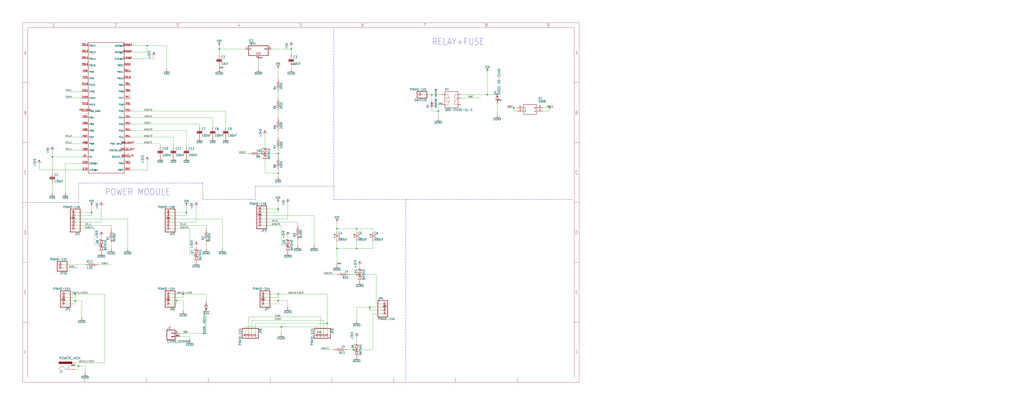
<source format=kicad_sch>
(kicad_sch (version 20211123) (generator eeschema)
  (paper "User" 795.02 317.906)
  (junction (at 261.62 193.04))
  (junction (at 398.78 83.82))
  (junction (at 274.32 271.78))
  (junction (at 335.28 73.66))
  (junction (at 426.72 83.82))
  (junction (at 254 251.46))
  (junction (at 215.9 233.68))
  (junction (at 58.42 228.6))
  (junction (at 287.02 238.76))
  (junction (at 170.18 38.1))
  (junction (at 137.16 233.68))
  (junction (at 276.86 193.04))
  (junction (at 218.44 254))
  (junction (at 203.2 119.38))
  (junction (at 276.86 213.36))
  (junction (at 215.9 228.6))
  (junction (at 71.12 165.1))
  (junction (at 215.9 119.38))
  (junction (at 378.46 73.66))
  (junction (at 261.62 177.8))
  (junction (at 142.24 228.6))
  (junction (at 276.86 177.8))
  (junction (at 114.3 35.56))
  (junction (at 144.78 165.1))
  (junction (at 60.96 284.48))
  (junction (at 215.9 134.62))
  (junction (at 40.64 121.92))
  (junction (at 226.06 38.1))
  (junction (at 340.36 86.36))
  (junction (at 215.9 162.56))
  (junction (at 58.42 233.68))
  (wire (pts (xy 276.86 261.62) (xy 276.86 266.7)))
  (wire (pts (xy 223.52 233.68) (xy 223.52 238.76)))
  (wire (pts (xy 223.52 170.18) (xy 223.52 157.48)))
  (wire (pts (xy 170.18 43.18) (xy 170.18 38.1)))
  (wire (pts (xy 335.28 78.74) (xy 335.28 73.66)))
  (wire (pts (xy 289.56 177.8) (xy 276.86 177.8)))
  (wire (pts (xy 30.48 132.08) (xy 30.48 127)))
  (wire (pts (xy 60.96 287.02) (xy 60.96 284.48)))
  (wire (pts (xy 132.08 231.14) (xy 142.24 231.14)))
  (wire (pts (xy 335.28 73.66) (xy 342.9 73.66)))
  (polyline (pts (xy 60.96 142.24) (xy 60.96 157.48)))
  (wire (pts (xy 203.2 165.1) (xy 215.9 165.1)))
  (wire (pts (xy 101.6 91.44) (xy 165.1 91.44)))
  (wire (pts (xy 101.6 101.6) (xy 144.78 101.6)))
  (wire (pts (xy 218.44 190.5) (xy 220.98 190.5)))
  (wire (pts (xy 223.52 182.88) (xy 223.52 185.42)))
  (wire (pts (xy 231.14 172.72) (xy 231.14 175.26)))
  (wire (pts (xy 101.6 45.72) (xy 119.38 45.72)))
  (wire (pts (xy 195.58 259.08) (xy 195.58 248.92)))
  (wire (pts (xy 154.94 96.52) (xy 154.94 99.06)))
  (wire (pts (xy 137.16 233.68) (xy 142.24 233.68)))
  (wire (pts (xy 58.42 165.1) (xy 71.12 165.1)))
  (wire (pts (xy 340.36 81.28) (xy 340.36 86.36)))
  (wire (pts (xy 78.74 182.88) (xy 78.74 185.42)))
  (wire (pts (xy 86.36 175.26) (xy 86.36 177.8)))
  (wire (pts (xy 58.42 231.14) (xy 58.42 228.6)))
  (wire (pts (xy 215.9 137.16) (xy 215.9 134.62)))
  (wire (pts (xy 50.8 231.14) (xy 58.42 231.14)))
  (wire (pts (xy 276.86 213.36) (xy 292.1 213.36)))
  (wire (pts (xy 215.9 233.68) (xy 223.52 233.68)))
  (wire (pts (xy 421.64 83.82) (xy 426.72 83.82)))
  (wire (pts (xy 114.3 35.56) (xy 129.54 35.56)))
  (polyline (pts (xy 314.96 154.94) (xy 314.96 297.18)))
  (wire (pts (xy 48.26 208.28) (xy 60.96 208.28)))
  (wire (pts (xy 274.32 271.78) (xy 269.24 271.78)))
  (wire (pts (xy 144.78 165.1) (xy 144.78 160.02)))
  (wire (pts (xy 63.5 111.76) (xy 50.8 111.76)))
  (wire (pts (xy 276.86 193.04) (xy 289.56 193.04)))
  (wire (pts (xy 261.62 205.74) (xy 261.62 193.04)))
  (wire (pts (xy 401.32 86.36) (xy 398.78 86.36)))
  (wire (pts (xy 205.74 134.62) (xy 215.9 134.62)))
  (wire (pts (xy 58.42 287.02) (xy 60.96 287.02)))
  (wire (pts (xy 119.38 45.72) (xy 119.38 43.18)))
  (wire (pts (xy 335.28 83.82) (xy 335.28 86.36)))
  (wire (pts (xy 50.8 233.68) (xy 58.42 233.68)))
  (wire (pts (xy 134.62 106.68) (xy 134.62 114.3)))
  (wire (pts (xy 58.42 172.72) (xy 78.74 172.72)))
  (wire (pts (xy 342.9 81.28) (xy 340.36 81.28)))
  (wire (pts (xy 63.5 233.68) (xy 63.5 246.38)))
  (wire (pts (xy 226.06 50.8) (xy 226.06 53.34)))
  (wire (pts (xy 142.24 233.68) (xy 142.24 241.3)))
  (wire (pts (xy 144.78 167.64) (xy 144.78 165.1)))
  (wire (pts (xy 297.18 236.22) (xy 292.1 236.22)))
  (wire (pts (xy 215.9 162.56) (xy 215.9 157.48)))
  (wire (pts (xy 287.02 238.76) (xy 276.86 238.76)))
  (wire (pts (xy 198.12 251.46) (xy 254 251.46)))
  (wire (pts (xy 215.9 228.6) (xy 205.74 228.6)))
  (wire (pts (xy 386.08 73.66) (xy 378.46 73.66)))
  (wire (pts (xy 289.56 180.34) (xy 289.56 177.8)))
  (wire (pts (xy 170.18 38.1) (xy 170.18 35.56)))
  (wire (pts (xy 426.72 86.36) (xy 426.72 83.82)))
  (wire (pts (xy 132.08 233.68) (xy 137.16 233.68)))
  (wire (pts (xy 276.86 180.34) (xy 276.86 177.8)))
  (wire (pts (xy 101.6 111.76) (xy 124.46 111.76)))
  (wire (pts (xy 276.86 213.36) (xy 271.78 213.36)))
  (wire (pts (xy 101.6 132.08) (xy 114.3 132.08)))
  (wire (pts (xy 132.08 228.6) (xy 142.24 228.6)))
  (wire (pts (xy 276.86 177.8) (xy 261.62 177.8)))
  (wire (pts (xy 248.92 246.38) (xy 248.92 259.08)))
  (wire (pts (xy 58.42 175.26) (xy 86.36 175.26)))
  (wire (pts (xy 190.5 38.1) (xy 170.18 38.1)))
  (wire (pts (xy 289.56 271.78) (xy 274.32 271.78)))
  (wire (pts (xy 254 228.6) (xy 215.9 228.6)))
  (wire (pts (xy 297.18 241.3) (xy 287.02 241.3)))
  (wire (pts (xy 401.32 83.82) (xy 398.78 83.82)))
  (wire (pts (xy 193.04 246.38) (xy 248.92 246.38)))
  (wire (pts (xy 198.12 259.08) (xy 198.12 251.46)))
  (wire (pts (xy 231.14 185.42) (xy 231.14 190.5)))
  (wire (pts (xy 246.38 254) (xy 218.44 254)))
  (polyline (pts (xy 60.96 157.48) (xy 22.86 157.48)))
  (wire (pts (xy 124.46 111.76) (xy 124.46 114.3)))
  (wire (pts (xy 40.64 134.62) (xy 40.64 121.92)))
  (wire (pts (xy 335.28 86.36) (xy 340.36 86.36)))
  (wire (pts (xy 261.62 180.34) (xy 261.62 177.8)))
  (polyline (pts (xy 259.08 144.78) (xy 198.12 144.78)))
  (wire (pts (xy 215.9 71.12) (xy 215.9 76.2)))
  (wire (pts (xy 76.2 205.74) (xy 86.36 205.74)))
  (wire (pts (xy 73.66 177.8) (xy 73.66 190.5)))
  (wire (pts (xy 215.9 134.62) (xy 215.9 132.08)))
  (wire (pts (xy 246.38 259.08) (xy 246.38 254)))
  (wire (pts (xy 289.56 243.84) (xy 289.56 271.78)))
  (wire (pts (xy 144.78 101.6) (xy 144.78 114.3)))
  (wire (pts (xy 251.46 248.92) (xy 251.46 259.08)))
  (wire (pts (xy 203.2 119.38) (xy 215.9 119.38)))
  (wire (pts (xy 172.72 170.18) (xy 172.72 193.04)))
  (wire (pts (xy 147.32 177.8) (xy 147.32 198.12)))
  (wire (pts (xy 215.9 119.38) (xy 215.9 121.92)))
  (wire (pts (xy 63.5 106.68) (xy 50.8 106.68)))
  (wire (pts (xy 101.6 40.64) (xy 114.3 40.64)))
  (wire (pts (xy 215.9 236.22) (xy 215.9 233.68)))
  (wire (pts (xy 152.4 190.5) (xy 152.4 193.04)))
  (wire (pts (xy 243.84 167.64) (xy 243.84 190.5)))
  (wire (pts (xy 205.74 233.68) (xy 215.9 233.68)))
  (wire (pts (xy 218.44 259.08) (xy 218.44 254)))
  (wire (pts (xy 259.08 271.78) (xy 248.92 271.78)))
  (wire (pts (xy 421.64 86.36) (xy 426.72 86.36)))
  (wire (pts (xy 287.02 241.3) (xy 287.02 238.76)))
  (wire (pts (xy 152.4 172.72) (xy 152.4 160.02)))
  (wire (pts (xy 137.16 236.22) (xy 137.16 233.68)))
  (polyline (pts (xy 157.48 142.24) (xy 60.96 142.24)))
  (wire (pts (xy 215.9 86.36) (xy 215.9 91.44)))
  (wire (pts (xy 195.58 248.92) (xy 251.46 248.92)))
  (wire (pts (xy 63.5 116.84) (xy 50.8 116.84)))
  (wire (pts (xy 132.08 165.1) (xy 144.78 165.1)))
  (wire (pts (xy 58.42 167.64) (xy 71.12 167.64)))
  (wire (pts (xy 81.28 228.6) (xy 81.28 281.94)))
  (wire (pts (xy 101.6 86.36) (xy 175.26 86.36)))
  (wire (pts (xy 215.9 116.84) (xy 215.9 119.38)))
  (wire (pts (xy 203.2 172.72) (xy 231.14 172.72)))
  (wire (pts (xy 63.5 132.08) (xy 30.48 132.08)))
  (wire (pts (xy 142.24 231.14) (xy 142.24 228.6)))
  (wire (pts (xy 170.18 53.34) (xy 170.18 50.8)))
  (wire (pts (xy 132.08 167.64) (xy 144.78 167.64)))
  (wire (pts (xy 50.8 127) (xy 50.8 149.86)))
  (wire (pts (xy 218.44 254) (xy 190.5 254)))
  (wire (pts (xy 58.42 170.18) (xy 99.06 170.18)))
  (wire (pts (xy 215.9 53.34) (xy 215.9 60.96)))
  (wire (pts (xy 63.5 127) (xy 50.8 127)))
  (wire (pts (xy 160.02 187.96) (xy 160.02 193.04)))
  (wire (pts (xy 426.72 83.82) (xy 429.26 83.82)))
  (wire (pts (xy 139.7 259.08) (xy 160.02 259.08)))
  (wire (pts (xy 205.74 104.14) (xy 205.74 114.3)))
  (wire (pts (xy 71.12 167.64) (xy 71.12 165.1)))
  (wire (pts (xy 203.2 170.18) (xy 223.52 170.18)))
  (wire (pts (xy 71.12 165.1) (xy 71.12 160.02)))
  (wire (pts (xy 190.5 254) (xy 190.5 259.08)))
  (wire (pts (xy 226.06 38.1) (xy 226.06 35.56)))
  (polyline (pts (xy 259.08 144.78) (xy 259.08 154.94)))
  (wire (pts (xy 50.8 236.22) (xy 58.42 236.22)))
  (wire (pts (xy 276.86 238.76) (xy 276.86 248.92)))
  (wire (pts (xy 215.9 165.1) (xy 215.9 162.56)))
  (wire (pts (xy 226.06 43.18) (xy 226.06 38.1)))
  (wire (pts (xy 203.2 167.64) (xy 243.84 167.64)))
  (wire (pts (xy 398.78 83.82) (xy 393.7 83.82)))
  (wire (pts (xy 297.18 238.76) (xy 287.02 238.76)))
  (wire (pts (xy 147.32 261.62) (xy 147.32 264.16)))
  (wire (pts (xy 99.06 170.18) (xy 99.06 193.04)))
  (wire (pts (xy 215.9 228.6) (xy 215.9 231.14)))
  (wire (pts (xy 101.6 35.56) (xy 114.3 35.56)))
  (wire (pts (xy 48.26 205.74) (xy 66.04 205.74)))
  (wire (pts (xy 58.42 233.68) (xy 63.5 233.68)))
  (wire (pts (xy 398.78 86.36) (xy 398.78 83.82)))
  (polyline (pts (xy 198.12 144.78) (xy 198.12 154.94)))
  (wire (pts (xy 78.74 172.72) (xy 78.74 160.02)))
  (polyline (pts (xy 157.48 154.94) (xy 157.48 142.24)))
  (wire (pts (xy 276.86 193.04) (xy 261.62 193.04)))
  (wire (pts (xy 132.08 236.22) (xy 137.16 236.22)))
  (wire (pts (xy 58.42 284.48) (xy 60.96 284.48)))
  (wire (pts (xy 132.08 172.72) (xy 152.4 172.72)))
  (wire (pts (xy 63.5 76.2) (xy 50.8 76.2)))
  (wire (pts (xy 58.42 177.8) (xy 73.66 177.8)))
  (wire (pts (xy 193.04 259.08) (xy 193.04 246.38)))
  (wire (pts (xy 66.04 284.48) (xy 66.04 289.56)))
  (wire (pts (xy 50.8 228.6) (xy 58.42 228.6)))
  (wire (pts (xy 132.08 177.8) (xy 147.32 177.8)))
  (polyline (pts (xy 259.08 22.86) (xy 259.08 144.78)))
  (wire (pts (xy 292.1 236.22) (xy 292.1 213.36)))
  (wire (pts (xy 73.66 190.5) (xy 76.2 190.5)))
  (wire (pts (xy 386.08 78.74) (xy 386.08 88.9)))
  (wire (pts (xy 327.66 73.66) (xy 335.28 73.66)))
  (wire (pts (xy 58.42 236.22) (xy 58.42 233.68)))
  (wire (pts (xy 175.26 86.36) (xy 175.26 99.06)))
  (wire (pts (xy 261.62 177.8) (xy 261.62 172.72)))
  (wire (pts (xy 40.64 142.24) (xy 40.64 149.86)))
  (wire (pts (xy 86.36 187.96) (xy 86.36 193.04)))
  (wire (pts (xy 205.74 124.46) (xy 205.74 134.62)))
  (wire (pts (xy 58.42 281.94) (xy 81.28 281.94)))
  (wire (pts (xy 132.08 170.18) (xy 172.72 170.18)))
  (polyline (pts (xy 198.12 154.94) (xy 157.48 154.94)))
  (wire (pts (xy 160.02 175.26) (xy 160.02 177.8)))
  (wire (pts (xy 261.62 193.04) (xy 261.62 187.96)))
  (wire (pts (xy 261.62 213.36) (xy 251.46 213.36)))
  (wire (pts (xy 160.02 236.22) (xy 160.02 228.6)))
  (wire (pts (xy 147.32 198.12) (xy 149.86 198.12)))
  (wire (pts (xy 340.36 86.36) (xy 340.36 91.44)))
  (wire (pts (xy 101.6 106.68) (xy 134.62 106.68)))
  (wire (pts (xy 215.9 101.6) (xy 215.9 106.68)))
  (wire (pts (xy 276.86 187.96) (xy 276.86 193.04)))
  (wire (pts (xy 63.5 71.12) (xy 50.8 71.12)))
  (wire (pts (xy 254 251.46) (xy 254 228.6)))
  (wire (pts (xy 114.3 132.08) (xy 114.3 124.46)))
  (wire (pts (xy 142.24 228.6) (xy 160.02 228.6)))
  (wire (pts (xy 358.14 73.66) (xy 378.46 73.66)))
  (wire (pts (xy 203.2 175.26) (xy 218.44 175.26)))
  (wire (pts (xy 165.1 91.44) (xy 165.1 99.06)))
  (polyline (pts (xy 259.08 154.94) (xy 314.96 154.94)))
  (wire (pts (xy 193.04 119.38) (xy 185.42 119.38)))
  (wire (pts (xy 297.18 243.84) (xy 289.56 243.84)))
  (wire (pts (xy 139.7 261.62) (xy 147.32 261.62)))
  (polyline (pts (xy 314.96 154.94) (xy 444.5 154.94)))
  (wire (pts (xy 205.74 236.22) (xy 215.9 236.22)))
  (wire (pts (xy 378.46 73.66) (xy 378.46 55.88)))
  (wire (pts (xy 205.74 231.14) (xy 215.9 231.14)))
  (wire (pts (xy 132.08 175.26) (xy 160.02 175.26)))
  (wire (pts (xy 358.14 76.2) (xy 373.38 76.2)))
  (wire (pts (xy 60.96 284.48) (xy 66.04 284.48)))
  (wire (pts (xy 254 251.46) (xy 254 259.08)))
  (wire (pts (xy 218.44 175.26) (xy 218.44 190.5)))
  (wire (pts (xy 203.2 162.56) (xy 215.9 162.56)))
  (wire (pts (xy 289.56 193.04) (xy 289.56 187.96)))
  (wire (pts (xy 63.5 121.92) (xy 40.64 121.92)))
  (wire (pts (xy 129.54 35.56) (xy 129.54 53.34)))
  (wire (pts (xy 81.28 228.6) (xy 58.42 228.6)))
  (wire (pts (xy 279.4 205.74) (xy 279.4 208.28)))
  (wire (pts (xy 160.02 241.3) (xy 160.02 259.08)))
  (wire (pts (xy 40.64 121.92) (xy 40.64 116.84)))
  (wire (pts (xy 200.66 45.72) (xy 200.66 53.34)))
  (wire (pts (xy 210.82 38.1) (xy 226.06 38.1)))
  (wire (pts (xy 101.6 96.52) (xy 154.94 96.52)))
  (wire (pts (xy 114.3 40.64) (xy 114.3 35.56)))
  (text "RELAY+FUSE" (at 335.28 35.56 180) (effects (font (size 5.08 4.318)) (justify left bottom)))
  (text "POWER MODULE" (at 81.28 152.4 180) (effects (font (size 5.08 4.318)) (justify left bottom)))
  (label "VOUT1_FIXED" (at 60.96 281.94 0) (effects (font (size 1.2446 1.2446))))
  (label "CANH" (at 213.36 248.92 0) (effects (font (size 1.2446 1.2446))))
  (label "GND" (at 132.08 170.18 180) (effects (font (size 1.016 1.016))))
  (label "GND" (at 203.2 167.64 180) (effects (font (size 1.016 1.016))))
  (label "EN_1" (at 66.04 175.26 0) (effects (font (size 1.2446 1.2446))))
  (label "AIOUT3" (at 210.82 175.26 0) (effects (font (size 1.2446 1.2446))))
  (label "VBAT" (at 393.7 83.82 0) (effects (font (size 1.2446 1.2446))))
  (label "VBAT1" (at 424.18 83.82 0) (effects (font (size 1.2446 1.2446))))
  (label "VIOUT1" (at 111.76 91.44 0) (effects (font (size 1.2446 1.2446))))
  (label "VBAT" (at 363.22 76.2 0) (effects (font (size 1.2446 1.2446))))
  (label "CANL" (at 213.36 246.38 0) (effects (font (size 1.2446 1.2446))))
  (label "GND" (at 86.36 187.96 0) (effects (font (size 1.016 1.016))))
  (label "EN_1" (at 50.8 116.84 0) (effects (font (size 1.2446 1.2446))))
  (label "GND" (at 132.08 233.68 180) (effects (font (size 1.016 1.016))))
  (label "GND" (at 386.08 78.74 0) (effects (font (size 1.016 1.016))))
  (label "VOUT3_FIXED" (at 223.52 228.6 0) (effects (font (size 1.2446 1.2446))))
  (label "CANL" (at 53.34 208.28 0) (effects (font (size 1.2446 1.2446))))
  (label "GND" (at 231.14 185.42 0) (effects (font (size 1.016 1.016))))
  (label "VIOUT" (at 185.42 119.38 0) (effects (font (size 1.2446 1.2446))))
  (label "GND" (at 340.36 81.28 0) (effects (font (size 1.016 1.016))))
  (label "VOUT2_FIXED" (at 137.16 228.6 0) (effects (font (size 1.2446 1.2446))))
  (label "VOUT1_FIXED" (at 55.88 228.6 0) (effects (font (size 1.2446 1.2446))))
  (label "GND" (at 58.42 284.48 180) (effects (font (size 1.016 1.016))))
  (label "GND" (at 205.74 233.68 180) (effects (font (size 1.016 1.016))))
  (label "EN_3" (at 50.8 106.68 0) (effects (font (size 1.2446 1.2446))))
  (label "AIOUT3" (at 111.76 101.6 0) (effects (font (size 1.2446 1.2446))))
  (label "EN_3" (at 210.82 172.72 0) (effects (font (size 1.2446 1.2446))))
  (label "AIOUT2" (at 111.76 106.68 0) (effects (font (size 1.2446 1.2446))))
  (label "GND" (at 246.38 259.08 0) (effects (font (size 1.016 1.016))))
  (label "VIOUT1" (at 248.92 271.78 0) (effects (font (size 1.2446 1.2446))))
  (label "GND" (at 200.66 45.72 0) (effects (font (size 1.016 1.016))))
  (label "VIOUT2" (at 251.46 213.36 0) (effects (font (size 1.2446 1.2446))))
  (label "GND" (at 297.18 238.76 0) (effects (font (size 1.016 1.016))))
  (label "AIOUT1" (at 111.76 111.76 0) (effects (font (size 1.2446 1.2446))))
  (label "EN_2" (at 50.8 111.76 0) (effects (font (size 1.2446 1.2446))))
  (label "EN_2" (at 139.7 175.26 0) (effects (font (size 1.2446 1.2446))))
  (label "N$4" (at 142.24 259.08 0) (effects (font (size 1.2446 1.2446))))
  (label "CANH" (at 50.8 76.2 0) (effects (font (size 1.2446 1.2446))))
  (label "CANL" (at 50.8 71.12 0) (effects (font (size 1.2446 1.2446))))
  (label "GND" (at 261.62 205.74 0) (effects (font (size 1.016 1.016))))
  (label "CANH" (at 78.74 205.74 0) (effects (font (size 1.2446 1.2446))))
  (label "GND" (at 50.8 233.68 180) (effects (font (size 1.016 1.016))))
  (label "GND" (at 170.18 53.34 0) (effects (font (size 1.016 1.016))))
  (label "AIOUT2" (at 139.7 177.8 0) (effects (font (size 1.2446 1.2446))))
  (label "GND" (at 226.06 50.8 0) (effects (font (size 1.016 1.016))))
  (label "AIOUT1" (at 66.04 177.8 0) (effects (font (size 1.2446 1.2446))))
  (label "VIOUT" (at 111.76 96.52 0) (effects (font (size 1.2446 1.2446))))
  (label "GND" (at 58.42 170.18 180) (effects (font (size 1.016 1.016))))
  (label "GND" (at 160.02 187.96 0) (effects (font (size 1.016 1.016))))
  (label "GND" (at 139.7 261.62 180) (effects (font (size 1.016 1.016))))
  (label "VIOUT2" (at 111.76 86.36 0) (effects (font (size 1.2446 1.2446))))
  (symbol (lib_id "Comp PDU-eagle-import:C-EUC0805") (at 165.1 101.6 0) (unit 1)
    (property "Reference" "C8" (at 166.624 101.219 0) (effects (font (size 1.778 1.5113)) (justify left bottom)))
    (property "Value" "100nF" (at 166.624 106.299 0) (effects (font (size 1.778 1.5113)) (justify left bottom)))
    (property "Footprint" "Comp PDU:C0805" (effects hide))
  )
  (symbol (lib_id "Comp PDU-eagle-import:R-US_R0805") (at 266.7 213.36 180) (unit 1)
    (property "Reference" "R10" (at 270.51 214.8586 0) (effects (font (size 1.778 1.5113)) (justify left bottom)))
    (property "Value" "1k" (at 270.51 210.058 0) (effects (font (size 1.778 1.5113)) (justify left bottom)))
    (property "Footprint" "Comp PDU:R0805" (effects hide))
  )
  (symbol (lib_id "Comp PDU-eagle-import:+3V3") (at 119.38 40.64 0) (unit 1)
    (property "Reference" "#+3V1" (effects hide))
    (property "Value" "+3V3" (at 116.84 45.72 90) (effects (font (size 1.778 1.5113)) (justify left bottom)))
    (property "Footprint" "Comp PDU:" (effects hide))
  )
  (symbol (lib_id "Comp PDU-eagle-import:DIODE-DO214AA") (at 160.02 238.76 270) (unit 1)
    (property "Reference" "D1" (at 160.5026 241.3 0) (effects (font (size 1.778 1.5113)) (justify left bottom)))
    (property "Value" "DIODE-DO214AA" (at 157.7086 241.3 0) (effects (font (size 1.778 1.5113)) (justify left bottom)))
    (property "Footprint" "Comp PDU:DO214AA" (effects hide))
  )
  (symbol (lib_id "Comp PDU-eagle-import:+3V3") (at 114.3 121.92 0) (unit 1)
    (property "Reference" "#+3V3" (effects hide))
    (property "Value" "+3V3" (at 111.76 127 90) (effects (font (size 1.778 1.5113)) (justify left bottom)))
    (property "Footprint" "Comp PDU:" (effects hide))
  )
  (symbol (lib_id "Comp PDU-eagle-import:R-US_R0805") (at 198.12 119.38 180) (unit 1)
    (property "Reference" "R9" (at 201.93 120.8786 0) (effects (font (size 1.778 1.5113)) (justify left bottom)))
    (property "Value" "1k" (at 201.93 116.078 0) (effects (font (size 1.778 1.5113)) (justify left bottom)))
    (property "Footprint" "Comp PDU:R0805" (effects hide))
  )
  (symbol (lib_id "Comp PDU-eagle-import:DGND") (at 63.5 248.92 0) (unit 1)
    (property "Reference" "#GND19" (effects hide))
    (property "Value" "DGND" (at 63.5 249.174 0) (effects (font (size 1.778 1.5113)) (justify top)))
    (property "Footprint" "Comp PDU:" (effects hide))
  )
  (symbol (lib_id "Comp PDU-eagle-import:BAT54S") (at 276.86 271.78 90) (unit 1)
    (property "Reference" "D6" (at 274.8534 271.018 0) (effects (font (size 1.778 1.5113)) (justify left bottom)))
    (property "Value" "BAT54S" (at 280.8224 276.098 0) (effects (font (size 1.778 1.5113)) (justify left bottom)))
    (property "Footprint" "Comp PDU:SOT23" (effects hide))
  )
  (symbol (lib_id "Comp PDU-eagle-import:DGND") (at 223.52 198.12 0) (unit 1)
    (property "Reference" "#GND31" (effects hide))
    (property "Value" "DGND" (at 223.52 198.374 0) (effects (font (size 1.778 1.5113)) (justify top)))
    (property "Footprint" "Comp PDU:" (effects hide))
  )
  (symbol (lib_id "Comp PDU-eagle-import:GND") (at 124.46 124.46 0) (unit 1)
    (property "Reference" "#GND32" (effects hide))
    (property "Value" "GND" (at 124.46 124.714 0) (effects (font (size 1.778 1.5113)) (justify top)))
    (property "Footprint" "Comp PDU:" (effects hide))
  )
  (symbol (lib_id "Comp PDU-eagle-import:PINHD-1X4") (at 299.72 241.3 0) (unit 1)
    (property "Reference" "JP4" (at 293.37 233.045 0) (effects (font (size 1.778 1.5113)) (justify left bottom)))
    (property "Value" "PINHD-1X4" (at 293.37 248.92 0) (effects (font (size 1.778 1.5113)) (justify left bottom)))
    (property "Footprint" "Comp PDU:1X04" (effects hide))
  )
  (symbol (lib_id "Comp PDU-eagle-import:DIODE-DO-214AC") (at 386.08 76.2 90) (unit 1)
    (property "Reference" "D4" (at 385.5974 73.66 0) (effects (font (size 1.778 1.5113)) (justify left bottom)))
    (property "Value" "DIODE-DO-214AC" (at 388.3914 73.66 0) (effects (font (size 1.778 1.5113)) (justify left bottom)))
    (property "Footprint" "Comp PDU:DO-214AC" (effects hide))
  )
  (symbol (lib_id "Comp PDU-eagle-import:POWER_JACK") (at 55.88 289.56 0) (unit 1)
    (property "Reference" "J1" (at 45.72 289.56 0) (effects (font (size 1.778 1.778)) (justify left bottom)))
    (property "Value" "POWER_JACK" (at 45.72 279.4 0) (effects (font (size 1.778 1.778)) (justify left bottom)))
    (property "Footprint" "Comp PDU:POWER_JACK_PTH" (effects hide))
  )
  (symbol (lib_id "Comp PDU-eagle-import:R-US_R0805") (at 215.9 96.52 90) (unit 1)
    (property "Reference" "R6" (at 214.4014 100.33 0) (effects (font (size 1.778 1.5113)) (justify left bottom)))
    (property "Value" "200k" (at 219.202 100.33 0) (effects (font (size 1.778 1.5113)) (justify left bottom)))
    (property "Footprint" "Comp PDU:R0805" (effects hide))
  )
  (symbol (lib_id "Comp PDU-eagle-import:+3V3") (at 205.74 101.6 0) (unit 1)
    (property "Reference" "#+3V4" (effects hide))
    (property "Value" "+3V3" (at 203.2 106.68 90) (effects (font (size 1.778 1.5113)) (justify left bottom)))
    (property "Footprint" "Comp PDU:" (effects hide))
  )
  (symbol (lib_id "Comp PDU-eagle-import:DGND") (at 78.74 198.12 0) (unit 1)
    (property "Reference" "#GND30" (effects hide))
    (property "Value" "DGND" (at 78.74 198.374 0) (effects (font (size 1.778 1.5113)) (justify top)))
    (property "Footprint" "Comp PDU:" (effects hide))
  )
  (symbol (lib_id "Comp PDU-eagle-import:DIODEDO-1N4148") (at 335.28 81.28 90) (unit 1)
    (property "Reference" "D3" (at 332.74 83.82 0) (effects (font (size 1.27 1.0795)) (justify left bottom)))
    (property "Value" "DIODEDO-1N4148" (at 339.09 83.82 0) (effects (font (size 1.27 1.0795)) (justify left bottom)))
    (property "Footprint" "Comp PDU:DO-1N4148" (effects hide))
  )
  (symbol (lib_id "Comp PDU-eagle-import:BAT54S") (at 152.4 198.12 90) (unit 1)
    (property "Reference" "D7" (at 150.3934 197.358 0) (effects (font (size 1.778 1.5113)) (justify left bottom)))
    (property "Value" "BAT54S" (at 156.3624 202.438 0) (effects (font (size 1.778 1.5113)) (justify left bottom)))
    (property "Footprint" "Comp PDU:SOT23" (effects hide))
  )
  (symbol (lib_id "Comp PDU-eagle-import:R-US_R0805") (at 71.12 205.74 0) (unit 1)
    (property "Reference" "R12" (at 67.31 204.2414 0) (effects (font (size 1.778 1.5113)) (justify left bottom)))
    (property "Value" "120" (at 67.31 209.042 0) (effects (font (size 1.778 1.5113)) (justify left bottom)))
    (property "Footprint" "Comp PDU:R0805" (effects hide))
  )
  (symbol (lib_id "Comp PDU-eagle-import:C-EUC0805") (at 144.78 116.84 0) (unit 1)
    (property "Reference" "C12" (at 146.304 116.459 0) (effects (font (size 1.778 1.5113)) (justify left bottom)))
    (property "Value" "100nF" (at 146.304 121.539 0) (effects (font (size 1.778 1.5113)) (justify left bottom)))
    (property "Footprint" "Comp PDU:C0805" (effects hide))
  )
  (symbol (lib_id "Comp PDU-eagle-import:+5V") (at 223.52 154.94 0) (unit 1)
    (property "Reference" "#P+4" (effects hide))
    (property "Value" "+5V" (at 220.98 160.02 90) (effects (font (size 1.778 1.5113)) (justify left bottom)))
    (property "Footprint" "Comp PDU:" (effects hide))
  )
  (symbol (lib_id "Comp PDU-eagle-import:DGND") (at 226.06 55.88 0) (unit 1)
    (property "Reference" "#GND12" (effects hide))
    (property "Value" "DGND" (at 226.06 56.134 0) (effects (font (size 1.778 1.5113)) (justify top)))
    (property "Footprint" "Comp PDU:" (effects hide))
  )
  (symbol (lib_id "Comp PDU-eagle-import:DGND") (at 386.08 91.44 0) (unit 1)
    (property "Reference" "#GND20" (effects hide))
    (property "Value" "DGND" (at 386.08 91.694 0) (effects (font (size 1.778 1.5113)) (justify top)))
    (property "Footprint" "Comp PDU:" (effects hide))
  )
  (symbol (lib_id "Comp PDU-eagle-import:DGND") (at 99.06 195.58 0) (unit 1)
    (property "Reference" "#GND5" (effects hide))
    (property "Value" "DGND" (at 99.06 195.834 0) (effects (font (size 1.778 1.5113)) (justify top)))
    (property "Footprint" "Comp PDU:" (effects hide))
  )
  (symbol (lib_id "Comp PDU-eagle-import:GND") (at 129.54 55.88 0) (unit 1)
    (property "Reference" "#GND1" (effects hide))
    (property "Value" "GND" (at 129.54 56.134 0) (effects (font (size 1.778 1.5113)) (justify top)))
    (property "Footprint" "Comp PDU:" (effects hide))
  )
  (symbol (lib_id "Comp PDU-eagle-import:+3V3") (at 279.4 203.2 0) (unit 1)
    (property "Reference" "#+3V6" (effects hide))
    (property "Value" "+3V3" (at 276.86 208.28 90) (effects (font (size 1.778 1.5113)) (justify left bottom)))
    (property "Footprint" "Comp PDU:" (effects hide))
  )
  (symbol (lib_id "Comp PDU-eagle-import:DGND") (at 223.52 241.3 0) (unit 1)
    (property "Reference" "#GND23" (effects hide))
    (property "Value" "DGND" (at 223.52 241.554 0) (effects (font (size 1.778 1.5113)) (justify top)))
    (property "Footprint" "Comp PDU:" (effects hide))
  )
  (symbol (lib_id "Comp PDU-eagle-import:DGND") (at 200.66 55.88 0) (unit 1)
    (property "Reference" "#GND4" (effects hide))
    (property "Value" "DGND" (at 200.66 56.134 0) (effects (font (size 1.778 1.5113)) (justify top)))
    (property "Footprint" "Comp PDU:" (effects hide))
  )
  (symbol (lib_id "Comp PDU-eagle-import:DGND") (at 152.4 205.74 0) (unit 1)
    (property "Reference" "#GND29" (effects hide))
    (property "Value" "DGND" (at 152.4 205.994 0) (effects (font (size 1.778 1.5113)) (justify top)))
    (property "Footprint" "Comp PDU:" (effects hide))
  )
  (symbol (lib_id "Comp PDU-eagle-import:C-EUC0805") (at 175.26 101.6 0) (unit 1)
    (property "Reference" "C9" (at 176.784 101.219 0) (effects (font (size 1.778 1.5113)) (justify left bottom)))
    (property "Value" "100nF" (at 176.784 106.299 0) (effects (font (size 1.778 1.5113)) (justify left bottom)))
    (property "Footprint" "Comp PDU:C0805" (effects hide))
  )
  (symbol (lib_id "Comp PDU-eagle-import:PINHD-1X4") (at 129.54 231.14 180) (unit 1)
    (property "Reference" "JP6" (at 135.89 239.395 0) (effects (font (size 1.778 1.5113)) (justify left bottom)))
    (property "Value" "PINHD-1X4" (at 135.89 223.52 0) (effects (font (size 1.778 1.5113)) (justify left bottom)))
    (property "Footprint" "Comp PDU:1X04" (effects hide))
  )
  (symbol (lib_id "Comp PDU-eagle-import:DGND") (at 261.62 208.28 0) (unit 1)
    (property "Reference" "#GND13" (effects hide))
    (property "Value" "DGND" (at 261.62 208.534 0) (effects (font (size 1.778 1.5113)) (justify top)))
    (property "Footprint" "Comp PDU:" (effects hide))
  )
  (symbol (lib_id "Comp PDU-eagle-import:BAT54S") (at 223.52 190.5 90) (unit 1)
    (property "Reference" "D9" (at 221.5134 189.738 0) (effects (font (size 1.778 1.5113)) (justify left bottom)))
    (property "Value" "BAT54S" (at 227.4824 194.818 0) (effects (font (size 1.778 1.5113)) (justify left bottom)))
    (property "Footprint" "Comp PDU:SOT23" (effects hide))
  )
  (symbol (lib_id "Comp PDU-eagle-import:PINHD-1X4") (at 193.04 261.62 270) (unit 1)
    (property "Reference" "JP8" (at 201.295 255.27 0) (effects (font (size 1.778 1.5113)) (justify left bottom)))
    (property "Value" "PINHD-1X4" (at 185.42 255.27 0) (effects (font (size 1.778 1.5113)) (justify left bottom)))
    (property "Footprint" "Comp PDU:1X04" (effects hide))
  )
  (symbol (lib_id "Comp PDU-eagle-import:R-US_R0805") (at 215.9 66.04 90) (unit 1)
    (property "Reference" "R4" (at 214.4014 69.85 0) (effects (font (size 1.778 1.5113)) (justify left bottom)))
    (property "Value" "200k" (at 219.202 69.85 0) (effects (font (size 1.778 1.5113)) (justify left bottom)))
    (property "Footprint" "Comp PDU:R0805" (effects hide))
  )
  (symbol (lib_id "Comp PDU-eagle-import:VIN") (at 261.62 172.72 0) (unit 1)
    (property "Reference" "#SUPPLY6" (effects hide))
    (property "Value" "VIN" (at 261.62 169.926 0) (effects (font (size 1.778 1.5113)) (justify bottom)))
    (property "Footprint" "Comp PDU:" (effects hide))
  )
  (symbol (lib_id "Comp PDU-eagle-import:DGND") (at 340.36 93.98 0) (unit 1)
    (property "Reference" "#GND15" (effects hide))
    (property "Value" "DGND" (at 340.36 94.234 0) (effects (font (size 1.778 1.5113)) (justify top)))
    (property "Footprint" "Comp PDU:" (effects hide))
  )
  (symbol (lib_id "Comp PDU-eagle-import:DGND") (at 170.18 55.88 0) (unit 1)
    (property "Reference" "#GND11" (effects hide))
    (property "Value" "DGND" (at 170.18 56.134 0) (effects (font (size 1.778 1.5113)) (justify top)))
    (property "Footprint" "Comp PDU:" (effects hide))
  )
  (symbol (lib_id "Comp PDU-eagle-import:PINHD-1X6") (at 200.66 167.64 180) (unit 1)
    (property "Reference" "JP3" (at 207.01 178.435 0) (effects (font (size 1.778 1.5113)) (justify left bottom)))
    (property "Value" "PINHD-1X6" (at 207.01 157.48 0) (effects (font (size 1.778 1.5113)) (justify left bottom)))
    (property "Footprint" "Comp PDU:1X06" (effects hide))
  )
  (symbol (lib_id "Comp PDU-eagle-import:DGND") (at 86.36 195.58 0) (unit 1)
    (property "Reference" "#GND6" (effects hide))
    (property "Value" "DGND" (at 86.36 195.834 0) (effects (font (size 1.778 1.5113)) (justify top)))
    (property "Footprint" "Comp PDU:" (effects hide))
  )
  (symbol (lib_id "Comp PDU-eagle-import:+3V3") (at 276.86 259.08 0) (unit 1)
    (property "Reference" "#+3V5" (effects hide))
    (property "Value" "+3V3" (at 274.32 264.16 90) (effects (font (size 1.778 1.5113)) (justify left bottom)))
    (property "Footprint" "Comp PDU:" (effects hide))
  )
  (symbol (lib_id "Comp PDU-eagle-import:PINHD-1X6") (at 55.88 170.18 180) (unit 1)
    (property "Reference" "JP1" (at 62.23 180.975 0) (effects (font (size 1.778 1.5113)) (justify left bottom)))
    (property "Value" "PINHD-1X6" (at 62.23 160.02 0) (effects (font (size 1.778 1.5113)) (justify left bottom)))
    (property "Footprint" "Comp PDU:1X06" (effects hide))
  )
  (symbol (lib_id "Comp PDU-eagle-import:R-US_R0805") (at 231.14 180.34 90) (unit 1)
    (property "Reference" "R3" (at 229.6414 184.15 0) (effects (font (size 1.778 1.5113)) (justify left bottom)))
    (property "Value" "100k" (at 234.442 184.15 0) (effects (font (size 1.778 1.5113)) (justify left bottom)))
    (property "Footprint" "Comp PDU:R0805" (effects hide))
  )
  (symbol (lib_id "Comp PDU-eagle-import:C-EUC0805") (at 134.62 116.84 0) (unit 1)
    (property "Reference" "C11" (at 136.144 116.459 0) (effects (font (size 1.778 1.5113)) (justify left bottom)))
    (property "Value" "100nF" (at 136.144 121.539 0) (effects (font (size 1.778 1.5113)) (justify left bottom)))
    (property "Footprint" "Comp PDU:C0805" (effects hide))
  )
  (symbol (lib_id "Comp PDU-eagle-import:C-EUC1206") (at 226.06 45.72 0) (unit 1)
    (property "Reference" "C3" (at 227.584 45.339 0) (effects (font (size 1.778 1.5113)) (justify left bottom)))
    (property "Value" "10uF" (at 227.584 50.419 0) (effects (font (size 1.778 1.5113)) (justify left bottom)))
    (property "Footprint" "Comp PDU:C1206" (effects hide))
  )
  (symbol (lib_id "Comp PDU-eagle-import:DGND") (at 276.86 279.4 0) (unit 1)
    (property "Reference" "#GND28" (effects hide))
    (property "Value" "DGND" (at 276.86 279.654 0) (effects (font (size 1.778 1.5113)) (justify top)))
    (property "Footprint" "Comp PDU:" (effects hide))
  )
  (symbol (lib_id "Comp PDU-eagle-import:R-US_R0805") (at 215.9 111.76 90) (unit 1)
    (property "Reference" "R7" (at 214.4014 115.57 0) (effects (font (size 1.778 1.5113)) (justify left bottom)))
    (property "Value" "100k" (at 219.202 115.57 0) (effects (font (size 1.778 1.5113)) (justify left bottom)))
    (property "Footprint" "Comp PDU:R0805" (effects hide))
  )
  (symbol (lib_id "Comp PDU-eagle-import:STM-DEV-BOARD") (at 83.82 86.36 0) (unit 1)
    (property "Reference" "U$1" (effects hide))
    (property "Value" "STM-DEV-BOARD" (effects hide))
    (property "Footprint" "Comp PDU:STM-DEV-BOARD" (effects hide))
  )
  (symbol (lib_id "Comp PDU-eagle-import:BAT54S") (at 205.74 119.38 90) (unit 1)
    (property "Reference" "D2" (at 203.7334 118.618 0) (effects (font (size 1.778 1.5113)) (justify left bottom)))
    (property "Value" "BAT54S" (at 209.7024 123.698 0) (effects (font (size 1.778 1.5113)) (justify left bottom)))
    (property "Footprint" "Comp PDU:SOT23" (effects hide))
  )
  (symbol (lib_id "Comp PDU-eagle-import:C-EUC0805") (at 154.94 101.6 0) (unit 1)
    (property "Reference" "C7" (at 156.464 101.219 0) (effects (font (size 1.778 1.5113)) (justify left bottom)))
    (property "Value" "100nF" (at 156.464 106.299 0) (effects (font (size 1.778 1.5113)) (justify left bottom)))
    (property "Footprint" "Comp PDU:C0805" (effects hide))
  )
  (symbol (lib_id "Comp PDU-eagle-import:+3V3") (at 152.4 187.96 0) (unit 1)
    (property "Reference" "#+3V7" (effects hide))
    (property "Value" "+3V3" (at 149.86 193.04 90) (effects (font (size 1.778 1.5113)) (justify left bottom)))
    (property "Footprint" "Comp PDU:" (effects hide))
  )
  (symbol (lib_id "Comp PDU-eagle-import:PINHD-1X1") (at 325.12 73.66 180) (unit 1)
    (property "Reference" "SWITCH0" (at 331.47 76.835 0) (effects (font (size 1.778 1.5113)) (justify left bottom)))
    (property "Value" "PINHD-1X1" (at 331.47 68.58 0) (effects (font (size 1.778 1.5113)) (justify left bottom)))
    (property "Footprint" "Comp PDU:1X01" (effects hide))
  )
  (symbol (lib_id "Comp PDU-eagle-import:+3V3") (at 78.74 180.34 0) (unit 1)
    (property "Reference" "#+3V8" (effects hide))
    (property "Value" "+3V3" (at 76.2 185.42 90) (effects (font (size 1.778 1.5113)) (justify left bottom)))
    (property "Footprint" "Comp PDU:" (effects hide))
  )
  (symbol (lib_id "Comp PDU-eagle-import:PINHD-1X4") (at 48.26 231.14 180) (unit 1)
    (property "Reference" "JP5" (at 54.61 239.395 0) (effects (font (size 1.778 1.5113)) (justify left bottom)))
    (property "Value" "PINHD-1X4" (at 54.61 223.52 0) (effects (font (size 1.778 1.5113)) (justify left bottom)))
    (property "Footprint" "Comp PDU:1X04" (effects hide))
  )
  (symbol (lib_id "Comp PDU-eagle-import:GND") (at 144.78 124.46 0) (unit 1)
    (property "Reference" "#GND34" (effects hide))
    (property "Value" "GND" (at 144.78 124.714 0) (effects (font (size 1.778 1.5113)) (justify top)))
    (property "Footprint" "Comp PDU:" (effects hide))
  )
  (symbol (lib_id "Comp PDU-eagle-import:R-US_R0805") (at 215.9 127 90) (unit 1)
    (property "Reference" "R8" (at 214.4014 130.81 0) (effects (font (size 1.778 1.5113)) (justify left bottom)))
    (property "Value" "100k" (at 219.202 130.81 0) (effects (font (size 1.778 1.5113)) (justify left bottom)))
    (property "Footprint" "Comp PDU:R0805" (effects hide))
  )
  (symbol (lib_id "Comp PDU-eagle-import:GND") (at 175.26 109.22 0) (unit 1)
    (property "Reference" "#GND27" (effects hide))
    (property "Value" "GND" (at 175.26 109.474 0) (effects (font (size 1.778 1.5113)) (justify top)))
    (property "Footprint" "Comp PDU:" (effects hide))
  )
  (symbol (lib_id "Comp PDU-eagle-import:3568") (at 401.32 83.82 0) (unit 1)
    (property "Reference" "U1" (at 417.83 76.2 0) (effects (font (size 1.778 1.5113)) (justify left)))
    (property "Value" "3568" (at 417.83 78.74 0) (effects (font (size 1.778 1.5113)) (justify left)))
    (property "Footprint" "Comp PDU:3568" (effects hide))
  )
  (symbol (lib_id "Comp PDU-eagle-import:R-US_R0805") (at 264.16 271.78 180) (unit 1)
    (property "Reference" "R11" (at 267.97 273.2786 0) (effects (font (size 1.778 1.5113)) (justify left bottom)))
    (property "Value" "1k" (at 267.97 268.478 0) (effects (font (size 1.778 1.5113)) (justify left bottom)))
    (property "Footprint" "Comp PDU:R0805" (effects hide))
  )
  (symbol (lib_id "Comp PDU-eagle-import:CPOL-USE5-10.5") (at 261.62 182.88 0) (unit 1)
    (property "Reference" "C4" (at 262.636 182.245 0) (effects (font (size 1.778 1.5113)) (justify left bottom)))
    (property "Value" "680uF" (at 262.636 187.071 0) (effects (font (size 1.778 1.5113)) (justify left bottom)))
    (property "Footprint" "Comp PDU:E5-10,5" (effects hide))
  )
  (symbol (lib_id "Comp PDU-eagle-import:+5V") (at 78.74 157.48 0) (unit 1)
    (property "Reference" "#P+2" (effects hide))
    (property "Value" "+5V" (at 76.2 162.56 90) (effects (font (size 1.778 1.5113)) (justify left bottom)))
    (property "Footprint" "Comp PDU:" (effects hide))
  )
  (symbol (lib_id "Comp PDU-eagle-import:C-EUC1206") (at 170.18 45.72 0) (unit 1)
    (property "Reference" "C2" (at 171.704 45.339 0) (effects (font (size 1.778 1.5113)) (justify left bottom)))
    (property "Value" "10uF" (at 171.704 50.419 0) (effects (font (size 1.778 1.5113)) (justify left bottom)))
    (property "Footprint" "Comp PDU:C1206" (effects hide))
  )
  (symbol (lib_id "Comp PDU-eagle-import:DGND") (at 218.44 261.62 0) (unit 1)
    (property "Reference" "#GND24" (effects hide))
    (property "Value" "DGND" (at 218.44 261.874 0) (effects (font (size 1.778 1.5113)) (justify top)))
    (property "Footprint" "Comp PDU:" (effects hide))
  )
  (symbol (lib_id "Comp PDU-eagle-import:GND") (at 165.1 109.22 0) (unit 1)
    (property "Reference" "#GND26" (effects hide))
    (property "Value" "GND" (at 165.1 109.474 0) (effects (font (size 1.778 1.5113)) (justify top)))
    (property "Footprint" "Comp PDU:" (effects hide))
  )
  (symbol (lib_id "Comp PDU-eagle-import:C-EUC0805") (at 40.64 137.16 0) (unit 1)
    (property "Reference" "C1" (at 42.164 136.779 0) (effects (font (size 1.778 1.5113)) (justify left bottom)))
    (property "Value" "100nF" (at 42.164 141.859 0) (effects (font (size 1.778 1.5113)) (justify left bottom)))
    (property "Footprint" "Comp PDU:C0805" (effects hide))
  )
  (symbol (lib_id "Comp PDU-eagle-import:78TV") (at 200.66 38.1 0) (unit 1)
    (property "Reference" "IC1" (at 193.04 32.385 0) (effects (font (size 1.778 1.5113)) (justify left bottom)))
    (property "Value" "78TV" (at 193.04 34.925 0) (effects (font (size 1.778 1.5113)) (justify left bottom)))
    (property "Footprint" "Comp PDU:TO220V" (effects hide))
  )
  (symbol (lib_id "Comp PDU-eagle-import:CPOL-USE5-10.5") (at 289.56 182.88 0) (unit 1)
    (property "Reference" "C6" (at 290.576 182.245 0) (effects (font (size 1.778 1.5113)) (justify left bottom)))
    (property "Value" "680uF" (at 290.576 187.071 0) (effects (font (size 1.778 1.5113)) (justify left bottom)))
    (property "Footprint" "Comp PDU:E5-10,5" (effects hide))
  )
  (symbol (lib_id "Comp PDU-eagle-import:DGND") (at 172.72 195.58 0) (unit 1)
    (property "Reference" "#GND7" (effects hide))
    (property "Value" "DGND" (at 172.72 195.834 0) (effects (font (size 1.778 1.5113)) (justify top)))
    (property "Footprint" "Comp PDU:" (effects hide))
  )
  (symbol (lib_id "Comp PDU-eagle-import:VIN") (at 215.9 53.34 0) (unit 1)
    (property "Reference" "#SUPPLY7" (effects hide))
    (property "Value" "VIN" (at 215.9 50.546 0) (effects (font (size 1.778 1.5113)) (justify bottom)))
    (property "Footprint" "Comp PDU:" (effects hide))
  )
  (symbol (lib_id "Comp PDU-eagle-import:R-US_R0805") (at 160.02 182.88 90) (unit 1)
    (property "Reference" "R2" (at 158.5214 186.69 0) (effects (font (size 1.778 1.5113)) (justify left bottom)))
    (property "Value" "100k" (at 163.322 186.69 0) (effects (font (size 1.778 1.5113)) (justify left bottom)))
    (property "Footprint" "Comp PDU:R0805" (effects hide))
  )
  (symbol (lib_id "Comp PDU-eagle-import:DGND") (at 66.04 292.1 0) (unit 1)
    (property "Reference" "#GND17" (effects hide))
    (property "Value" "DGND" (at 66.04 292.354 0) (effects (font (size 1.778 1.5113)) (justify top)))
    (property "Footprint" "Comp PDU:" (effects hide))
  )
  (symbol (lib_id "Comp PDU-eagle-import:GND") (at 154.94 109.22 0) (unit 1)
    (property "Reference" "#GND16" (effects hide))
    (property "Value" "GND" (at 154.94 109.474 0) (effects (font (size 1.778 1.5113)) (justify top)))
    (property "Footprint" "Comp PDU:" (effects hide))
  )
  (symbol (lib_id "Comp PDU-eagle-import:CONN_025MM") (at 132.08 261.62 0) (unit 1)
    (property "Reference" "J2" (at 129.54 256.032 0) (effects (font (size 1.778 1.778)) (justify left bottom)))
    (property "Value" "CONN_025MM" (at 129.54 266.446 0) (effects (font (size 1.778 1.778)) (justify left bottom)))
    (property "Footprint" "Comp PDU:SCREWTERMINAL-5MM-2" (effects hide))
  )
  (symbol (lib_id "Comp PDU-eagle-import:DGND") (at 243.84 193.04 0) (unit 1)
    (property "Reference" "#GND9" (effects hide))
    (property "Value" "DGND" (at 243.84 193.294 0) (effects (font (size 1.778 1.5113)) (justify top)))
    (property "Footprint" "Comp PDU:" (effects hide))
  )
  (symbol (lib_id "Comp PDU-eagle-import:R-US_R0805") (at 215.9 81.28 90) (unit 1)
    (property "Reference" "R5" (at 214.4014 85.09 0) (effects (font (size 1.778 1.5113)) (justify left bottom)))
    (property "Value" "200k" (at 219.202 85.09 0) (effects (font (size 1.778 1.5113)) (justify left bottom)))
    (property "Footprint" "Comp PDU:R0805" (effects hide))
  )
  (symbol (lib_id "Comp PDU-eagle-import:+3V3") (at 223.52 180.34 0) (unit 1)
    (property "Reference" "#+3V9" (effects hide))
    (property "Value" "+3V3" (at 220.98 185.42 90) (effects (font (size 1.778 1.5113)) (justify left bottom)))
    (property "Footprint" "Comp PDU:" (effects hide))
  )
  (symbol (lib_id "Comp PDU-eagle-import:VIN") (at 215.9 157.48 0) (unit 1)
    (property "Reference" "#SUPPLY3" (effects hide))
    (property "Value" "VIN" (at 215.9 154.686 0) (effects (font (size 1.778 1.5113)) (justify bottom)))
    (property "Footprint" "Comp PDU:" (effects hide))
  )
  (symbol (lib_id "Comp PDU-eagle-import:FRAME_B_L") (at 17.78 297.18 0) (unit 1)
    (property "Reference" "#FRAME1" (effects hide))
    (property "Value" "FRAME_B_L" (effects hide))
    (property "Footprint" "Comp PDU:" (effects hide))
  )
  (symbol (lib_id "Comp PDU-eagle-import:VIN") (at 71.12 160.02 0) (unit 1)
    (property "Reference" "#SUPPLY1" (effects hide))
    (property "Value" "VIN" (at 71.12 157.226 0) (effects (font (size 1.778 1.5113)) (justify bottom)))
    (property "Footprint" "Comp PDU:" (effects hide))
  )
  (symbol (lib_id "Comp PDU-eagle-import:DGND") (at 279.4 220.98 0) (unit 1)
    (property "Reference" "#GND22" (effects hide))
    (property "Value" "DGND" (at 279.4 221.234 0) (effects (font (size 1.778 1.5113)) (justify top)))
    (property "Footprint" "Comp PDU:" (effects hide))
  )
  (symbol (lib_id "Comp PDU-eagle-import:PINHD-1X6") (at 129.54 170.18 180) (unit 1)
    (property "Reference" "JP2" (at 135.89 180.975 0) (effects (font (size 1.778 1.5113)) (justify left bottom)))
    (property "Value" "PINHD-1X6" (at 135.89 160.02 0) (effects (font (size 1.778 1.5113)) (justify left bottom)))
    (property "Footprint" "Comp PDU:1X06" (effects hide))
  )
  (symbol (lib_id "Comp PDU-eagle-import:VIN") (at 170.18 35.56 0) (unit 1)
    (property "Reference" "#SUPPLY4" (effects hide))
    (property "Value" "VIN" (at 170.18 32.766 0) (effects (font (size 1.778 1.5113)) (justify bottom)))
    (property "Footprint" "Comp PDU:" (effects hide))
  )
  (symbol (lib_id "Comp PDU-eagle-import:+3V3") (at 30.48 124.46 0) (unit 1)
    (property "Reference" "#+3V2" (effects hide))
    (property "Value" "+3V3" (at 27.94 129.54 90) (effects (font (size 1.778 1.5113)) (justify left bottom)))
    (property "Footprint" "Comp PDU:" (effects hide))
  )
  (symbol (lib_id "Comp PDU-eagle-import:DGND") (at 276.86 251.46 0) (unit 1)
    (property "Reference" "#GND25" (effects hide))
    (property "Value" "DGND" (at 276.86 251.714 0) (effects (font (size 1.778 1.5113)) (justify top)))
    (property "Footprint" "Comp PDU:" (effects hide))
  )
  (symbol (lib_id "Comp PDU-eagle-import:VIN") (at 378.46 55.88 0) (unit 1)
    (property "Reference" "#SUPPLY5" (effects hide))
    (property "Value" "VIN" (at 378.46 53.086 0) (effects (font (size 1.778 1.5113)) (justify bottom)))
    (property "Footprint" "Comp PDU:" (effects hide))
  )
  (symbol (lib_id "Comp PDU-eagle-import:C-EUC0805") (at 124.46 116.84 0) (unit 1)
    (property "Reference" "C10" (at 125.984 116.459 0) (effects (font (size 1.778 1.5113)) (justify left bottom)))
    (property "Value" "100nF" (at 125.984 121.539 0) (effects (font (size 1.778 1.5113)) (justify left bottom)))
    (property "Footprint" "Comp PDU:C0805" (effects hide))
  )
  (symbol (lib_id "Comp PDU-eagle-import:GND") (at 215.9 139.7 0) (unit 1)
    (property "Reference" "#GND14" (effects hide))
    (property "Value" "GND" (at 215.9 139.954 0) (effects (font (size 1.778 1.5113)) (justify top)))
    (property "Footprint" "Comp PDU:" (effects hide))
  )
  (symbol (lib_id "Comp PDU-eagle-import:+5V") (at 226.06 33.02 0) (unit 1)
    (property "Reference" "#P+5" (effects hide))
    (property "Value" "+5V" (at 223.52 38.1 90) (effects (font (size 1.778 1.5113)) (justify left bottom)))
    (property "Footprint" "Comp PDU:" (effects hide))
  )
  (symbol (lib_id "Comp PDU-eagle-import:GND") (at 50.8 152.4 0) (unit 1)
    (property "Reference" "#GND2" (effects hide))
    (property "Value" "GND" (at 50.8 152.654 0) (effects (font (size 1.778 1.5113)) (justify top)))
    (property "Footprint" "Comp PDU:" (effects hide))
  )
  (symbol (lib_id "Comp PDU-eagle-import:PINHD-1X2") (at 45.72 205.74 180) (unit 1)
    (property "Reference" "JP10" (at 52.07 211.455 0) (effects (font (size 1.778 1.5113)) (justify left bottom)))
    (property "Value" "PINHD-1X2" (at 52.07 200.66 0) (effects (font (size 1.778 1.5113)) (justify left bottom)))
    (property "Footprint" "Comp PDU:1X02" (effects hide))
  )
  (symbol (lib_id "Comp PDU-eagle-import:DGND") (at 231.14 193.04 0) (unit 1)
    (property "Reference" "#GND10" (effects hide))
    (property "Value" "DGND" (at 231.14 193.294 0) (effects (font (size 1.778 1.5113)) (justify top)))
    (property "Footprint" "Comp PDU:" (effects hide))
  )
  (symbol (lib_id "Comp PDU-eagle-import:CPOL-USE5-10.5") (at 276.86 182.88 0) (unit 1)
    (property "Reference" "C5" (at 277.876 182.245 0) (effects (font (size 1.778 1.5113)) (justify left bottom)))
    (property "Value" "680uF" (at 277.876 187.071 0) (effects (font (size 1.778 1.5113)) (justify left bottom)))
    (property "Footprint" "Comp PDU:E5-10,5" (effects hide))
  )
  (symbol (lib_id "Comp PDU-eagle-import:+5V") (at 152.4 157.48 0) (unit 1)
    (property "Reference" "#P+3" (effects hide))
    (property "Value" "+5V" (at 149.86 162.56 90) (effects (font (size 1.778 1.5113)) (justify left bottom)))
    (property "Footprint" "Comp PDU:" (effects hide))
  )
  (symbol (lib_id "Comp PDU-eagle-import:VIN") (at 144.78 160.02 0) (unit 1)
    (property "Reference" "#SUPPLY2" (effects hide))
    (property "Value" "VIN" (at 144.78 157.226 0) (effects (font (size 1.778 1.5113)) (justify bottom)))
    (property "Footprint" "Comp PDU:" (effects hide))
  )
  (symbol (lib_id "Comp PDU-eagle-import:GND") (at 40.64 152.4 0) (unit 1)
    (property "Reference" "#GND3" (effects hide))
    (property "Value" "GND" (at 40.64 152.654 0) (effects (font (size 1.778 1.5113)) (justify top)))
    (property "Footprint" "Comp PDU:" (effects hide))
  )
  (symbol (lib_id "Comp PDU-eagle-import:SRD-05VDC-SL-C") (at 350.52 76.2 0) (unit 1)
    (property "Reference" "K1" (at 345.4391 70.357 0) (effects (font (size 1.7783 1.5115)) (justify left bottom)))
    (property "Value" "SRD-24VDC-SL-C" (at 345.4368 86.3664 0) (effects (font (size 1.7791 1.5122)) (justify left bottom)))
    (property "Footprint" "Comp PDU:RELAY_SRD-05VDC-SL-C" (effects hide))
  )
  (symbol (lib_id "Comp PDU-eagle-import:DGND") (at 142.24 243.84 0) (unit 1)
    (property "Reference" "#GND21" (effects hide))
    (property "Value" "DGND" (at 142.24 244.094 0) (effects (font (size 1.778 1.5113)) (justify top)))
    (property "Footprint" "Comp PDU:" (effects hide))
  )
  (symbol (lib_id "Comp PDU-eagle-import:PINHD-1X4") (at 248.92 261.62 270) (unit 1)
    (property "Reference" "JP9" (at 257.175 255.27 0) (effects (font (size 1.778 1.5113)) (justify left bottom)))
    (property "Value" "PINHD-1X4" (at 241.3 255.27 0) (effects (font (size 1.778 1.5113)) (justify left bottom)))
    (property "Footprint" "Comp PDU:1X04" (effects hide))
  )
  (symbol (lib_id "Comp PDU-eagle-import:GND") (at 134.62 124.46 0) (unit 1)
    (property "Reference" "#GND33" (effects hide))
    (property "Value" "GND" (at 134.62 124.714 0) (effects (font (size 1.778 1.5113)) (justify top)))
    (property "Footprint" "Comp PDU:" (effects hide))
  )
  (symbol (lib_id "Comp PDU-eagle-import:+5V") (at 40.64 114.3 0) (unit 1)
    (property "Reference" "#P+1" (effects hide))
    (property "Value" "+5V" (at 38.1 119.38 90) (effects (font (size 1.778 1.5113)) (justify left bottom)))
    (property "Footprint" "Comp PDU:" (effects hide))
  )
  (symbol (lib_id "Comp PDU-eagle-import:BAT54S") (at 78.74 190.5 90) (unit 1)
    (property "Reference" "D8" (at 76.7334 189.738 0) (effects (font (size 1.778 1.5113)) (justify left bottom)))
    (property "Value" "BAT54S" (at 82.7024 194.818 0) (effects (font (size 1.778 1.5113)) (justify left bottom)))
    (property "Footprint" "Comp PDU:SOT23" (effects hide))
  )
  (symbol (lib_id "Comp PDU-eagle-import:DGND") (at 147.32 266.7 0) (unit 1)
    (property "Reference" "#GND18" (effects hide))
    (property "Value" "DGND" (at 147.32 266.954 0) (effects (font (size 1.778 1.5113)) (justify top)))
    (property "Footprint" "Comp PDU:" (effects hide))
  )
  (symbol (lib_id "Comp PDU-eagle-import:DGND") (at 160.02 195.58 0) (unit 1)
    (property "Reference" "#GND8" (effects hide))
    (property "Value" "DGND" (at 160.02 195.834 0) (effects (font (size 1.778 1.5113)) (justify top)))
    (property "Footprint" "Comp PDU:" (effects hide))
  )
  (symbol (lib_id "Comp PDU-eagle-import:BAT54S") (at 279.4 213.36 90) (unit 1)
    (property "Reference" "D5" (at 277.3934 212.598 0) (effects (font (size 1.778 1.5113)) (justify left bottom)))
    (property "Value" "BAT54S" (at 283.3624 217.678 0) (effects (font (size 1.778 1.5113)) (justify left bottom)))
    (property "Footprint" "Comp PDU:SOT23" (effects hide))
  )
  (symbol (lib_id "Comp PDU-eagle-import:R-US_R0805") (at 86.36 182.88 90) (unit 1)
    (property "Reference" "R1" (at 84.8614 186.69 0) (effects (font (size 1.778 1.5113)) (justify left bottom)))
    (property "Value" "100k" (at 89.662 186.69 0) (effects (font (size 1.778 1.5113)) (justify left bottom)))
    (property "Footprint" "Comp PDU:R0805" (effects hide))
  )
  (symbol (lib_id "Comp PDU-eagle-import:PINHD-1X4") (at 203.2 231.14 180) (unit 1)
    (property "Reference" "JP7" (at 209.55 239.395 0) (effects (font (size 1.778 1.5113)) (justify left bottom)))
    (property "Value" "PINHD-1X4" (at 209.55 223.52 0) (effects (font (size 1.778 1.5113)) (justify left bottom)))
    (property "Footprint" "Comp PDU:1X04" (effects hide))
  )
)
</source>
